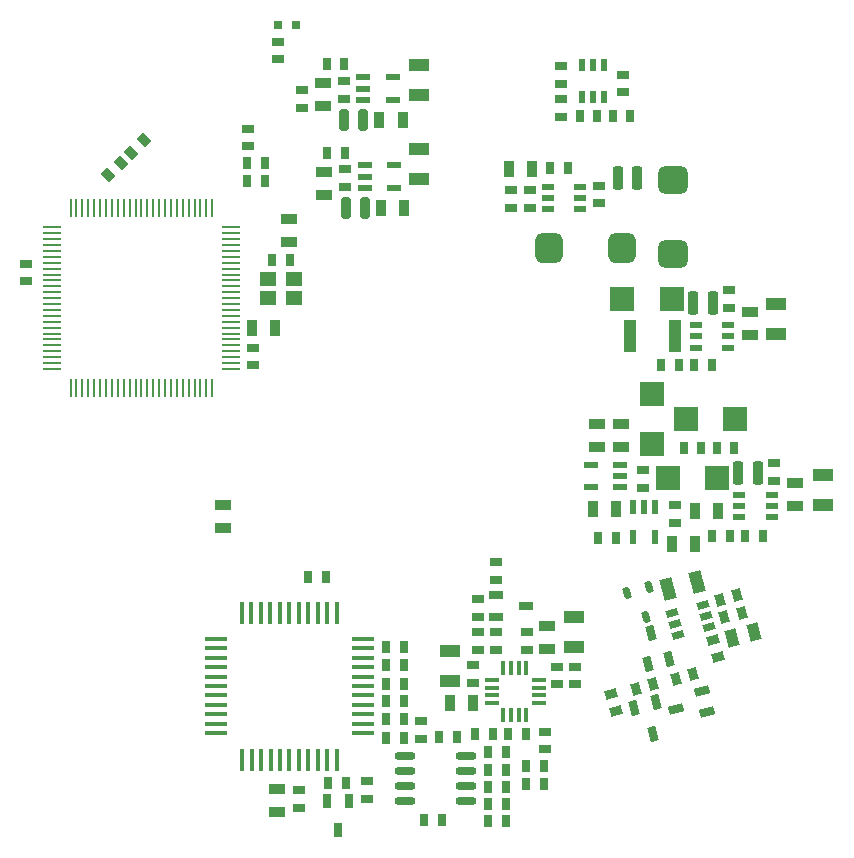
<source format=gtp>
G04*
G04 #@! TF.GenerationSoftware,Altium Limited,Altium Designer,21.1.1 (26)*
G04*
G04 Layer_Color=8421504*
%FSLAX25Y25*%
%MOIN*%
G70*
G04*
G04 #@! TF.SameCoordinates,76EDEEC6-FF17-4897-8BED-31D04ABFA7DC*
G04*
G04*
G04 #@! TF.FilePolarity,Positive*
G04*
G01*
G75*
%ADD22R,0.03150X0.03150*%
%ADD23R,0.03937X0.02953*%
%ADD24R,0.02953X0.03937*%
G04:AMPARAMS|DCode=25|XSize=29.53mil|YSize=39.37mil|CornerRadius=0mil|HoleSize=0mil|Usage=FLASHONLY|Rotation=45.000|XOffset=0mil|YOffset=0mil|HoleType=Round|Shape=Rectangle|*
%AMROTATEDRECTD25*
4,1,4,0.00348,-0.02436,-0.02436,0.00348,-0.00348,0.02436,0.02436,-0.00348,0.00348,-0.02436,0.0*
%
%ADD25ROTATEDRECTD25*%

%ADD26R,0.05709X0.03740*%
G04:AMPARAMS|DCode=27|XSize=70.87mil|YSize=33.47mil|CornerRadius=8.37mil|HoleSize=0mil|Usage=FLASHONLY|Rotation=270.000|XOffset=0mil|YOffset=0mil|HoleType=Round|Shape=RoundedRectangle|*
%AMROUNDEDRECTD27*
21,1,0.07087,0.01673,0,0,270.0*
21,1,0.05413,0.03347,0,0,270.0*
1,1,0.01673,-0.00837,-0.02707*
1,1,0.01673,-0.00837,0.02707*
1,1,0.01673,0.00837,0.02707*
1,1,0.01673,0.00837,-0.02707*
%
%ADD27ROUNDEDRECTD27*%
%ADD28R,0.03740X0.05709*%
%ADD29R,0.07087X0.04134*%
%ADD30R,0.04724X0.02362*%
%ADD31R,0.02362X0.03937*%
%ADD32R,0.05512X0.04528*%
%ADD33R,0.06299X0.01100*%
%ADD34R,0.01100X0.06299*%
%ADD35R,0.03937X0.02362*%
G04:AMPARAMS|DCode=36|XSize=92.56mil|YSize=100.43mil|CornerRadius=23.14mil|HoleSize=0mil|Usage=FLASHONLY|Rotation=180.000|XOffset=0mil|YOffset=0mil|HoleType=Round|Shape=RoundedRectangle|*
%AMROUNDEDRECTD36*
21,1,0.09256,0.05415,0,0,180.0*
21,1,0.04628,0.10043,0,0,180.0*
1,1,0.04628,-0.02314,0.02708*
1,1,0.04628,0.02314,0.02708*
1,1,0.04628,0.02314,-0.02708*
1,1,0.04628,-0.02314,-0.02708*
%
%ADD36ROUNDEDRECTD36*%
G04:AMPARAMS|DCode=37|XSize=78.74mil|YSize=33.47mil|CornerRadius=8.37mil|HoleSize=0mil|Usage=FLASHONLY|Rotation=90.000|XOffset=0mil|YOffset=0mil|HoleType=Round|Shape=RoundedRectangle|*
%AMROUNDEDRECTD37*
21,1,0.07874,0.01673,0,0,90.0*
21,1,0.06201,0.03347,0,0,90.0*
1,1,0.01673,0.00837,0.03100*
1,1,0.01673,0.00837,-0.03100*
1,1,0.01673,-0.00837,-0.03100*
1,1,0.01673,-0.00837,0.03100*
%
%ADD37ROUNDEDRECTD37*%
G04:AMPARAMS|DCode=38|XSize=92.56mil|YSize=100.43mil|CornerRadius=23.14mil|HoleSize=0mil|Usage=FLASHONLY|Rotation=270.000|XOffset=0mil|YOffset=0mil|HoleType=Round|Shape=RoundedRectangle|*
%AMROUNDEDRECTD38*
21,1,0.09256,0.05415,0,0,270.0*
21,1,0.04628,0.10043,0,0,270.0*
1,1,0.04628,-0.02708,-0.02314*
1,1,0.04628,-0.02708,0.02314*
1,1,0.04628,0.02708,0.02314*
1,1,0.04628,0.02708,-0.02314*
%
%ADD38ROUNDEDRECTD38*%
%ADD39R,0.07874X0.07874*%
%ADD40R,0.04331X0.11024*%
%ADD41R,0.07874X0.07874*%
%ADD42R,0.02362X0.04724*%
G04:AMPARAMS|DCode=43|XSize=41.34mil|YSize=70.87mil|CornerRadius=0mil|HoleSize=0mil|Usage=FLASHONLY|Rotation=15.000|XOffset=0mil|YOffset=0mil|HoleType=Round|Shape=Rectangle|*
%AMROTATEDRECTD43*
4,1,4,-0.01079,-0.03958,-0.02914,0.02888,0.01079,0.03958,0.02914,-0.02888,-0.01079,-0.03958,0.0*
%
%ADD43ROTATEDRECTD43*%

G04:AMPARAMS|DCode=44|XSize=23.62mil|YSize=39.37mil|CornerRadius=5.91mil|HoleSize=0mil|Usage=FLASHONLY|Rotation=15.000|XOffset=0mil|YOffset=0mil|HoleType=Round|Shape=RoundedRectangle|*
%AMROUNDEDRECTD44*
21,1,0.02362,0.02756,0,0,15.0*
21,1,0.01181,0.03937,0,0,15.0*
1,1,0.01181,0.00927,-0.01178*
1,1,0.01181,-0.00214,-0.01484*
1,1,0.01181,-0.00927,0.01178*
1,1,0.01181,0.00214,0.01484*
%
%ADD44ROUNDEDRECTD44*%
G04:AMPARAMS|DCode=45|XSize=23.62mil|YSize=39.37mil|CornerRadius=0mil|HoleSize=0mil|Usage=FLASHONLY|Rotation=105.000|XOffset=0mil|YOffset=0mil|HoleType=Round|Shape=Rectangle|*
%AMROTATEDRECTD45*
4,1,4,0.02207,-0.00631,-0.01596,-0.01650,-0.02207,0.00631,0.01596,0.01650,0.02207,-0.00631,0.0*
%
%ADD45ROTATEDRECTD45*%

G04:AMPARAMS|DCode=46|XSize=29.53mil|YSize=39.37mil|CornerRadius=0mil|HoleSize=0mil|Usage=FLASHONLY|Rotation=195.000|XOffset=0mil|YOffset=0mil|HoleType=Round|Shape=Rectangle|*
%AMROTATEDRECTD46*
4,1,4,0.00917,0.02284,0.01936,-0.01519,-0.00917,-0.02284,-0.01936,0.01519,0.00917,0.02284,0.0*
%
%ADD46ROTATEDRECTD46*%

G04:AMPARAMS|DCode=47|XSize=37.4mil|YSize=57.09mil|CornerRadius=0mil|HoleSize=0mil|Usage=FLASHONLY|Rotation=195.000|XOffset=0mil|YOffset=0mil|HoleType=Round|Shape=Rectangle|*
%AMROTATEDRECTD47*
4,1,4,0.01068,0.03241,0.02545,-0.02273,-0.01068,-0.03241,-0.02545,0.02273,0.01068,0.03241,0.0*
%
%ADD47ROTATEDRECTD47*%

%ADD48R,0.01575X0.04724*%
%ADD49R,0.04724X0.01575*%
G04:AMPARAMS|DCode=50|XSize=15.75mil|YSize=47.24mil|CornerRadius=0mil|HoleSize=0mil|Usage=FLASHONLY|Rotation=180.000|XOffset=0mil|YOffset=0mil|HoleType=Round|Shape=Octagon|*
%AMOCTAGOND50*
4,1,8,0.00394,-0.02362,-0.00394,-0.02362,-0.00787,-0.01968,-0.00787,0.01968,-0.00394,0.02362,0.00394,0.02362,0.00787,0.01968,0.00787,-0.01968,0.00394,-0.02362,0.0*
%
%ADD50OCTAGOND50*%

G04:AMPARAMS|DCode=51|XSize=29.53mil|YSize=39.37mil|CornerRadius=0mil|HoleSize=0mil|Usage=FLASHONLY|Rotation=285.000|XOffset=0mil|YOffset=0mil|HoleType=Round|Shape=Rectangle|*
%AMROTATEDRECTD51*
4,1,4,-0.02284,0.00917,0.01519,0.01936,0.02284,-0.00917,-0.01519,-0.01936,-0.02284,0.00917,0.0*
%
%ADD51ROTATEDRECTD51*%

G04:AMPARAMS|DCode=52|XSize=27.56mil|YSize=49.21mil|CornerRadius=0mil|HoleSize=0mil|Usage=FLASHONLY|Rotation=285.000|XOffset=0mil|YOffset=0mil|HoleType=Round|Shape=Rectangle|*
%AMROTATEDRECTD52*
4,1,4,-0.02733,0.00694,0.02020,0.01968,0.02733,-0.00694,-0.02020,-0.01968,-0.02733,0.00694,0.0*
%
%ADD52ROTATEDRECTD52*%

G04:AMPARAMS|DCode=53|XSize=27.56mil|YSize=49.21mil|CornerRadius=0mil|HoleSize=0mil|Usage=FLASHONLY|Rotation=195.000|XOffset=0mil|YOffset=0mil|HoleType=Round|Shape=Rectangle|*
%AMROTATEDRECTD53*
4,1,4,0.00694,0.02733,0.01968,-0.02020,-0.00694,-0.02733,-0.01968,0.02020,0.00694,0.02733,0.0*
%
%ADD53ROTATEDRECTD53*%

%ADD54R,0.04921X0.02756*%
%ADD55O,0.07500X0.01600*%
%ADD56O,0.01600X0.07500*%
%ADD57R,0.01600X0.07500*%
%ADD58O,0.07087X0.02756*%
%ADD59R,0.02756X0.04921*%
D22*
X-44953Y130500D02*
D03*
X-39047D02*
D03*
D23*
X-45000Y124953D02*
D03*
Y119047D02*
D03*
X-55000Y95953D02*
D03*
Y90047D02*
D03*
X-22793Y82358D02*
D03*
X-22793Y76452D02*
D03*
X-22913Y105931D02*
D03*
Y111837D02*
D03*
X-37165Y102931D02*
D03*
X-37165Y108837D02*
D03*
X70000Y108047D02*
D03*
X70000Y113953D02*
D03*
X-53500Y17047D02*
D03*
Y22953D02*
D03*
X62000Y76953D02*
D03*
X62000Y71047D02*
D03*
X39000Y75453D02*
D03*
Y69547D02*
D03*
X32500Y69547D02*
D03*
X32500Y75453D02*
D03*
X76596Y-17998D02*
D03*
X76596Y-23903D02*
D03*
X105132Y42145D02*
D03*
Y36240D02*
D03*
X120096Y-15498D02*
D03*
X120096Y-21403D02*
D03*
X87096Y-29498D02*
D03*
Y-35403D02*
D03*
X21513Y-60948D02*
D03*
X21513Y-66854D02*
D03*
X27500Y-54453D02*
D03*
Y-48547D02*
D03*
X37815Y-71938D02*
D03*
Y-77843D02*
D03*
X27513Y-77901D02*
D03*
Y-71996D02*
D03*
X21513Y-77854D02*
D03*
X21513Y-71948D02*
D03*
X20013Y-82996D02*
D03*
X20013Y-88901D02*
D03*
X44000Y-105047D02*
D03*
Y-110953D02*
D03*
X54013Y-83448D02*
D03*
Y-89354D02*
D03*
X48013Y-83448D02*
D03*
X48013Y-89354D02*
D03*
X2459Y-107542D02*
D03*
X2459Y-101636D02*
D03*
X-15500Y-121547D02*
D03*
X-15500Y-127453D02*
D03*
X-38000Y-124547D02*
D03*
Y-130453D02*
D03*
X-129000Y45047D02*
D03*
Y50953D02*
D03*
X49355Y105762D02*
D03*
X49355Y99857D02*
D03*
X49355Y116809D02*
D03*
X49355Y110904D02*
D03*
D24*
X-49547Y78500D02*
D03*
X-55453Y78500D02*
D03*
Y84500D02*
D03*
X-49547D02*
D03*
X-22840Y87905D02*
D03*
X-28746Y87905D02*
D03*
X-28866Y117384D02*
D03*
X-22960Y117384D02*
D03*
X55465Y100293D02*
D03*
X61370Y100293D02*
D03*
X66465Y100293D02*
D03*
X72370Y100293D02*
D03*
X-46953Y52000D02*
D03*
X-41047Y52000D02*
D03*
X45559Y82880D02*
D03*
X51465Y82880D02*
D03*
X82726Y17193D02*
D03*
X88632Y17193D02*
D03*
X93679Y17193D02*
D03*
X99585Y17193D02*
D03*
X110643Y-39950D02*
D03*
X116549Y-39951D02*
D03*
X105596Y-39951D02*
D03*
X99690Y-39950D02*
D03*
X61643Y-40451D02*
D03*
X67549D02*
D03*
X37547Y-122500D02*
D03*
X43453Y-122500D02*
D03*
X37547Y-116500D02*
D03*
X43453Y-116500D02*
D03*
X30868Y-134994D02*
D03*
X24963Y-134995D02*
D03*
X24962Y-129338D02*
D03*
X30868Y-129338D02*
D03*
X30868Y-123681D02*
D03*
X24962Y-123681D02*
D03*
X24962Y-118024D02*
D03*
X30868D02*
D03*
X30953Y-112000D02*
D03*
X25047Y-112000D02*
D03*
X20547Y-106000D02*
D03*
X26453Y-106000D02*
D03*
X37453Y-106000D02*
D03*
X31547Y-106000D02*
D03*
X-29047Y-53500D02*
D03*
X-34953D02*
D03*
X8699Y-106710D02*
D03*
X14605Y-106710D02*
D03*
X-3168Y-107028D02*
D03*
X-9074D02*
D03*
X-8922Y-100765D02*
D03*
X-3016Y-100765D02*
D03*
X-3114Y-94934D02*
D03*
X-9020Y-94934D02*
D03*
X-3212Y-89104D02*
D03*
X-9118Y-89104D02*
D03*
X-8953Y-83000D02*
D03*
X-3047Y-83000D02*
D03*
X-3047Y-77000D02*
D03*
X-8953D02*
D03*
X3547Y-134500D02*
D03*
X9453Y-134500D02*
D03*
X-22519Y-122037D02*
D03*
X-28424D02*
D03*
X101143Y-10451D02*
D03*
X107049D02*
D03*
X96049D02*
D03*
X90143D02*
D03*
D25*
X-89912Y92088D02*
D03*
X-94088Y87912D02*
D03*
X-97500Y84500D02*
D03*
X-101676Y80324D02*
D03*
D26*
X-29793Y73728D02*
D03*
X-29793Y81405D02*
D03*
X-29913Y103545D02*
D03*
X-29913Y111223D02*
D03*
X-41500Y58161D02*
D03*
X-41500Y65839D02*
D03*
X112132Y27016D02*
D03*
X112132Y34693D02*
D03*
X127096Y-29789D02*
D03*
X127096Y-22112D02*
D03*
X69096Y-2451D02*
D03*
X69096Y-10128D02*
D03*
X61096Y-2612D02*
D03*
X61096Y-10289D02*
D03*
X44532Y-69991D02*
D03*
X44532Y-77668D02*
D03*
X-63500Y-29661D02*
D03*
X-63500Y-37339D02*
D03*
X-45338Y-131915D02*
D03*
Y-124237D02*
D03*
D27*
X-16045Y69405D02*
D03*
X-22541Y69405D02*
D03*
X-16665Y98884D02*
D03*
X-23161Y98884D02*
D03*
D28*
X-10632Y69405D02*
D03*
X-2954D02*
D03*
X-3574Y98884D02*
D03*
X-11252Y98884D02*
D03*
X-46161Y29500D02*
D03*
X-53839Y29500D02*
D03*
X86257Y-42451D02*
D03*
X93935Y-42451D02*
D03*
X67435Y-30951D02*
D03*
X59757Y-30951D02*
D03*
X12336Y-95401D02*
D03*
X20013Y-95401D02*
D03*
X31859Y82389D02*
D03*
X39536Y82389D02*
D03*
X101434Y-31451D02*
D03*
X93757Y-31451D02*
D03*
D29*
X2000Y78980D02*
D03*
X2000Y89020D02*
D03*
Y106980D02*
D03*
X2000Y117020D02*
D03*
X121000Y27480D02*
D03*
X121000Y37520D02*
D03*
X136500Y-29520D02*
D03*
X136500Y-19480D02*
D03*
X53500Y-66980D02*
D03*
X53500Y-77020D02*
D03*
X12313Y-78082D02*
D03*
X12313Y-88121D02*
D03*
D30*
X-6372Y83645D02*
D03*
X-6372Y76165D02*
D03*
X-16214Y76165D02*
D03*
X-16214Y79905D02*
D03*
X-16214Y83645D02*
D03*
X-6911Y113010D02*
D03*
X-6911Y105530D02*
D03*
X-16753Y105530D02*
D03*
X-16754Y109270D02*
D03*
X-16753Y113010D02*
D03*
X59175Y-23691D02*
D03*
X59175Y-16210D02*
D03*
X69017Y-16210D02*
D03*
X69017Y-19951D02*
D03*
X69017Y-23691D02*
D03*
D31*
X63705Y106380D02*
D03*
X59965Y106380D02*
D03*
X56225Y106380D02*
D03*
X56225Y117207D02*
D03*
X59965Y117207D02*
D03*
X63705Y117207D02*
D03*
D32*
X-39669Y45650D02*
D03*
X-39669Y39351D02*
D03*
X-48331Y39350D02*
D03*
X-48331Y45650D02*
D03*
D33*
X-120528Y15798D02*
D03*
X-60685D02*
D03*
X-60685Y19735D02*
D03*
X-60685Y17767D02*
D03*
X-120528Y43357D02*
D03*
X-120528Y39420D02*
D03*
X-120528Y37452D02*
D03*
X-120528Y31546D02*
D03*
X-120528Y41389D02*
D03*
X-120528Y35483D02*
D03*
X-60685Y63042D02*
D03*
X-120528Y17767D02*
D03*
X-120528Y19735D02*
D03*
X-120528Y21704D02*
D03*
X-120528Y23672D02*
D03*
X-120528Y25641D02*
D03*
X-120528Y27609D02*
D03*
Y29578D02*
D03*
X-120528Y57137D02*
D03*
X-120528Y51231D02*
D03*
X-120528Y53200D02*
D03*
Y55168D02*
D03*
X-120528Y59105D02*
D03*
Y61074D02*
D03*
X-120528Y63042D02*
D03*
X-60685Y61074D02*
D03*
X-60685Y59105D02*
D03*
X-60685Y57137D02*
D03*
X-60685Y55168D02*
D03*
X-60685Y53200D02*
D03*
X-120528Y49263D02*
D03*
X-120528Y47294D02*
D03*
X-120528Y45326D02*
D03*
X-120528Y33515D02*
D03*
X-60685Y51231D02*
D03*
X-60685Y49263D02*
D03*
Y47294D02*
D03*
X-60685Y45326D02*
D03*
X-60685Y43357D02*
D03*
Y41389D02*
D03*
Y39420D02*
D03*
Y37452D02*
D03*
X-60685Y35483D02*
D03*
X-60685Y33515D02*
D03*
X-60685Y31546D02*
D03*
Y29578D02*
D03*
X-60685Y27609D02*
D03*
X-60685Y25641D02*
D03*
X-60685Y23672D02*
D03*
X-60685Y21704D02*
D03*
D34*
X-66985Y9499D02*
D03*
X-112260Y9499D02*
D03*
X-114229Y9499D02*
D03*
X-86670D02*
D03*
X-88638Y9499D02*
D03*
X-90607Y9499D02*
D03*
X-92575Y9499D02*
D03*
X-94544Y9499D02*
D03*
X-96512D02*
D03*
X-98481Y9499D02*
D03*
X-108323D02*
D03*
X-110292Y9499D02*
D03*
X-84701Y9499D02*
D03*
X-72890Y9499D02*
D03*
X-82733Y9499D02*
D03*
X-68953D02*
D03*
X-70922Y9499D02*
D03*
X-90607Y69341D02*
D03*
X-92575Y69341D02*
D03*
X-94544Y69341D02*
D03*
X-96512Y69341D02*
D03*
X-68953Y69341D02*
D03*
X-66985Y69341D02*
D03*
X-72890Y69341D02*
D03*
X-70922Y69341D02*
D03*
X-114228D02*
D03*
X-112260D02*
D03*
X-98481D02*
D03*
X-86670D02*
D03*
X-84701Y69341D02*
D03*
X-82733Y69341D02*
D03*
X-110292Y69341D02*
D03*
X-108323Y69341D02*
D03*
X-106355Y9499D02*
D03*
X-104386Y9499D02*
D03*
X-102418Y9499D02*
D03*
X-100449Y9499D02*
D03*
X-80764D02*
D03*
X-78796Y9499D02*
D03*
X-76827Y9499D02*
D03*
X-74859D02*
D03*
X-106355Y69341D02*
D03*
X-104386D02*
D03*
X-102418Y69341D02*
D03*
X-100449Y69341D02*
D03*
X-80764Y69341D02*
D03*
X-78796Y69341D02*
D03*
X-76827D02*
D03*
X-74859D02*
D03*
X-88638Y69341D02*
D03*
D35*
X44789Y76560D02*
D03*
X44789Y72820D02*
D03*
X44789Y69080D02*
D03*
X55616Y69080D02*
D03*
X55616Y72820D02*
D03*
Y76560D02*
D03*
X105045Y30433D02*
D03*
Y26693D02*
D03*
X105045Y22953D02*
D03*
X94218Y22953D02*
D03*
X94218Y26693D02*
D03*
X94218Y30433D02*
D03*
X119509Y-26210D02*
D03*
X119509Y-29950D02*
D03*
X119509Y-33691D02*
D03*
X108682Y-33691D02*
D03*
X108682Y-29951D02*
D03*
X108682Y-26210D02*
D03*
D36*
X45132Y56305D02*
D03*
X69542Y56305D02*
D03*
D37*
X68252Y79500D02*
D03*
X74748D02*
D03*
X114844Y-18951D02*
D03*
X108348Y-18951D02*
D03*
X93384Y37693D02*
D03*
X99880Y37693D02*
D03*
D38*
X86500Y54295D02*
D03*
X86500Y78705D02*
D03*
D39*
X86132Y39193D02*
D03*
X69596Y39193D02*
D03*
X90828Y-951D02*
D03*
X107363Y-951D02*
D03*
X101364Y-20451D02*
D03*
X84828D02*
D03*
D40*
X87112Y26693D02*
D03*
X72151Y26693D02*
D03*
D41*
X79596Y-9218D02*
D03*
X79596Y7317D02*
D03*
D42*
X80718Y-40102D02*
D03*
X73238Y-40102D02*
D03*
X73238Y-30260D02*
D03*
X76978Y-30260D02*
D03*
X80718Y-30260D02*
D03*
D43*
X84929Y-57691D02*
D03*
X94626Y-55093D02*
D03*
D44*
X77469Y-66901D02*
D03*
X78636Y-56806D02*
D03*
X71411Y-58742D02*
D03*
D45*
X96670Y-62854D02*
D03*
X97638Y-66467D02*
D03*
X86212Y-65657D02*
D03*
X87180Y-69269D02*
D03*
X98606Y-70080D02*
D03*
X88148Y-72882D02*
D03*
D46*
X107870Y-59644D02*
D03*
X102166Y-61172D02*
D03*
X109423Y-65439D02*
D03*
X103719Y-66968D02*
D03*
X93316Y-85947D02*
D03*
X87612Y-87476D02*
D03*
X80016Y-89255D02*
D03*
X74312Y-90783D02*
D03*
D47*
X106159Y-73968D02*
D03*
X113574Y-71981D02*
D03*
D48*
X35123Y-83807D02*
D03*
X30005Y-83807D02*
D03*
X32564Y-83807D02*
D03*
X37682Y-99555D02*
D03*
X35123Y-99555D02*
D03*
X32564Y-99555D02*
D03*
X37682Y-83807D02*
D03*
D49*
X26265Y-87842D02*
D03*
X26265Y-95519D02*
D03*
X26265Y-92960D02*
D03*
X26265Y-90401D02*
D03*
X42013Y-90401D02*
D03*
Y-92960D02*
D03*
X42013Y-95519D02*
D03*
X42013Y-87842D02*
D03*
D50*
X30005Y-99555D02*
D03*
D51*
X101489Y-80346D02*
D03*
X99961Y-74642D02*
D03*
X65912Y-92617D02*
D03*
X67440Y-98321D02*
D03*
D52*
X96094Y-91427D02*
D03*
X98030Y-98653D02*
D03*
X87555Y-97587D02*
D03*
D53*
X79249Y-72177D02*
D03*
X85409Y-80716D02*
D03*
X78184Y-82652D02*
D03*
X80901Y-95311D02*
D03*
X73675Y-97247D02*
D03*
X79835Y-105786D02*
D03*
D54*
X27590Y-59483D02*
D03*
X27590Y-66963D02*
D03*
X37433Y-63223D02*
D03*
D55*
X-16775Y-89904D02*
D03*
X-65775Y-105604D02*
D03*
Y-102504D02*
D03*
X-65775Y-99304D02*
D03*
X-65775Y-96204D02*
D03*
X-65775Y-93004D02*
D03*
Y-89904D02*
D03*
X-65775Y-86804D02*
D03*
X-65775Y-83604D02*
D03*
Y-80504D02*
D03*
X-65775Y-77304D02*
D03*
X-65775Y-74204D02*
D03*
X-16775D02*
D03*
X-16775Y-77304D02*
D03*
X-16775Y-80504D02*
D03*
X-16775Y-83604D02*
D03*
X-16775Y-86804D02*
D03*
Y-93004D02*
D03*
X-16775Y-96204D02*
D03*
X-16775Y-99304D02*
D03*
Y-102504D02*
D03*
X-16775Y-105604D02*
D03*
D56*
X-28675Y-114404D02*
D03*
X-25575Y-114404D02*
D03*
X-31875Y-114404D02*
D03*
X-34975Y-114404D02*
D03*
X-38175Y-114404D02*
D03*
X-41275Y-114404D02*
D03*
X-44375Y-114404D02*
D03*
X-47575Y-114404D02*
D03*
X-50675Y-114404D02*
D03*
X-53875D02*
D03*
X-56975D02*
D03*
X-57071Y-65404D02*
D03*
X-53921Y-65404D02*
D03*
X-50772Y-65404D02*
D03*
X-47622Y-65404D02*
D03*
X-44473Y-65404D02*
D03*
X-41323Y-65404D02*
D03*
X-38175Y-65404D02*
D03*
X-35024Y-65404D02*
D03*
X-31875Y-65404D02*
D03*
X-28725Y-65404D02*
D03*
D57*
X-25575D02*
D03*
D58*
X-2810Y-113327D02*
D03*
Y-118327D02*
D03*
Y-123327D02*
D03*
Y-128327D02*
D03*
X17662Y-113327D02*
D03*
Y-118327D02*
D03*
Y-123327D02*
D03*
Y-128327D02*
D03*
D59*
X-25118Y-137919D02*
D03*
X-28858Y-128076D02*
D03*
X-21378Y-128076D02*
D03*
M02*

</source>
